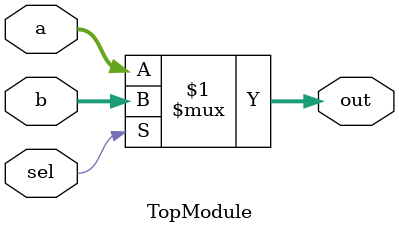
<source format=sv>

module TopModule (
    input [99:0] a,
    input [99:0] b,
    input sel,
    output [99:0] out
);

    // When sel is 0, out equals a; when sel is 1, out equals b.
    assign out = sel ? b : a;

endmodule

// VERILOG-EVAL: errant inclusion of module definition

</source>
